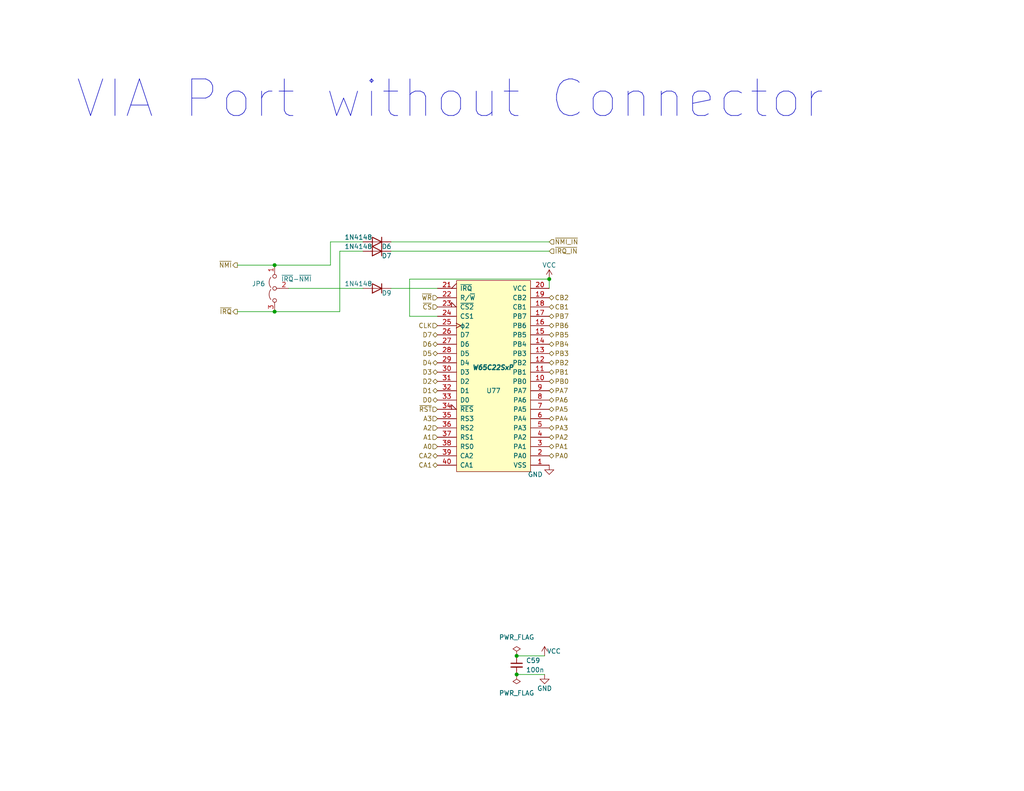
<source format=kicad_sch>
(kicad_sch (version 20230121) (generator eeschema)
  (paper "A")
  (lib_symbols
    (symbol "Device:C_Small" (pin_numbers hide) (pin_names (offset 0.254) hide)
      (property "Reference" "C" (at 0.254 1.778 0))
      (property "Value" "C_Small" (at 0.254 -2.032 0))
      (symbol "C_Small_0_1"
        (polyline (pts (xy -1.524 -0.508) (xy 1.524 -0.508)) (stroke (width 0.3302)))
        (polyline (pts (xy -1.524 0.508) (xy 1.524 0.508)) (stroke (width 0.3048)))
      )
      (symbol "C_Small_1_1"
        (pin passive line (at 0 2.54 270) (length 2.032) (name "~") (number "1"))
        (pin passive line (at 0 -2.54 90) (length 2.032) (name "~") (number "2"))
      )
    )
    (symbol "Diode:1N4148" (pin_numbers hide) (pin_names hide)
      (property "Reference" "D" (at 0 2.54 0))
      (property "Value" "1N4148" (at 0 -2.54 0))
      (symbol "1N4148_0_1"
        (polyline (pts (xy -1.27 1.27) (xy -1.27 -1.27)) (stroke (width 0.254)))
        (polyline (pts (xy 1.27 0) (xy -1.27 0)))
        (polyline (pts (xy 1.27 1.27) (xy 1.27 -1.27) (xy -1.27 0) (xy 1.27 1.27)) (stroke (width 0.254)))
      )
      (symbol "1N4148_1_1"
        (pin passive line (at -3.81 0 0) (length 2.54) (name "K") (number "1"))
        (pin passive line (at 3.81 0 180) (length 2.54) (name "A") (number "2"))
      )
    )
    (symbol "GND_2" (power) (pin_names (offset 0))
      (property "Value" "GND_2" (at 0 -3.81 0))
      (symbol "GND_2_0_1"
        (polyline (pts (xy 0 0) (xy 0 -1.27) (xy 1.27 -1.27) (xy 0 -2.54) (xy -1.27 -1.27) (xy 0 -1.27)))
      )
      (symbol "GND_2_1_1"
        (pin power_in line (at 0 0 270) (length 0) hide (name "GND") (number "1"))
      )
    )
    (symbol "Jumper:Jumper_3_Open" (pin_names (offset 0) hide)
      (property "Reference" "JP" (at -2.54 -2.54 0))
      (property "Value" "Jumper_3_Open" (at 0 2.794 0))
      (symbol "Jumper_3_Open_0_0"
        (circle (center -3.302 0) (radius 0.508))
        (circle (center 0 0) (radius 0.508))
        (circle (center 3.302 0) (radius 0.508))
      )
      (symbol "Jumper_3_Open_0_1"
        (arc (start -0.254 1.016) (mid -1.651 1.4992) (end -3.048 1.016))
        (polyline (pts (xy 0 -0.508) (xy 0 -1.27)))
        (arc (start 3.048 1.016) (mid 1.651 1.4992) (end 0.254 1.016))
      )
      (symbol "Jumper_3_Open_1_1"
        (pin passive line (at -6.35 0 0) (length 2.54) (name "A") (number "1"))
        (pin passive line (at 0 -3.81 90) (length 2.54) (name "C") (number "2"))
        (pin passive line (at 6.35 0 180) (length 2.54) (name "B") (number "3"))
      )
    )
    (symbol "Vega816:W65C22SxP" (pin_names (offset 1.016))
      (property "Reference" "U?" (at -2.0194 5.08 0))
      (property "Value" "W65C22SxP" (at 0 -1.27 0))
      (symbol "W65C22SxP_0_1"
        (rectangle (start -10.16 27.178) (end 10.033 -25.019) (fill (type background)))
      )
      (symbol "W65C22SxP_1_1"
        (pin power_in line (at -15.24 25.4 0) (length 5.08) (name "VSS") (number "1"))
        (pin bidirectional line (at -15.24 2.54 0) (length 5.08) (name "PB0") (number "10"))
        (pin bidirectional line (at -15.24 0 0) (length 5.08) (name "PB1") (number "11"))
        (pin bidirectional line (at -15.24 -2.54 0) (length 5.08) (name "PB2") (number "12"))
        (pin bidirectional line (at -15.24 -5.08 0) (length 5.08) (name "PB3") (number "13"))
        (pin bidirectional line (at -15.24 -7.62 0) (length 5.08) (name "PB4") (number "14"))
        (pin bidirectional line (at -15.24 -10.16 0) (length 5.08) (name "PB5") (number "15"))
        (pin bidirectional line (at -15.24 -12.7 0) (length 5.08) (name "PB6") (number "16"))
        (pin bidirectional line (at -15.24 -15.24 0) (length 5.08) (name "PB7") (number "17"))
        (pin input line (at -15.24 -17.78 0) (length 5.08) (name "CB1") (number "18"))
        (pin bidirectional line (at -15.24 -20.32 0) (length 5.08) (name "CB2") (number "19"))
        (pin bidirectional line (at -15.24 22.86 0) (length 5.08) (name "PA0") (number "2"))
        (pin power_in line (at -15.24 -22.86 0) (length 5.08) (name "VCC") (number "20"))
        (pin output output_low (at 15.24 -22.86 180) (length 5.08) (name "~{IRQ}") (number "21"))
        (pin input line (at 15.24 -20.32 180) (length 5.08) (name "R/~{W}") (number "22"))
        (pin input input_low (at 15.24 -17.78 180) (length 5.08) (name "~{CS2}") (number "23"))
        (pin input line (at 15.24 -15.24 180) (length 5.08) (name "CS1") (number "24"))
        (pin input clock (at 15.24 -12.7 180) (length 5.08) (name "ϕ2") (number "25"))
        (pin bidirectional line (at 15.24 -10.16 180) (length 5.08) (name "D7") (number "26"))
        (pin bidirectional line (at 15.24 -7.62 180) (length 5.08) (name "D6") (number "27"))
        (pin bidirectional line (at 15.24 -5.08 180) (length 5.08) (name "D5") (number "28"))
        (pin bidirectional line (at 15.24 -2.54 180) (length 5.08) (name "D4") (number "29"))
        (pin bidirectional line (at -15.24 20.32 0) (length 5.08) (name "PA1") (number "3"))
        (pin bidirectional line (at 15.24 0 180) (length 5.08) (name "D3") (number "30"))
        (pin bidirectional line (at 15.24 2.54 180) (length 5.08) (name "D2") (number "31"))
        (pin bidirectional line (at 15.24 5.08 180) (length 5.08) (name "D1") (number "32"))
        (pin bidirectional line (at 15.24 7.62 180) (length 5.08) (name "D0") (number "33"))
        (pin input input_low (at 15.24 10.16 180) (length 5.08) (name "~{RES}") (number "34"))
        (pin input line (at 15.24 12.7 180) (length 5.08) (name "RS3") (number "35"))
        (pin input line (at 15.24 15.24 180) (length 5.08) (name "RS2") (number "36"))
        (pin input line (at 15.24 17.78 180) (length 5.08) (name "RS1") (number "37"))
        (pin input line (at 15.24 20.32 180) (length 5.08) (name "RS0") (number "38"))
        (pin bidirectional line (at 15.24 22.86 180) (length 5.08) (name "CA2") (number "39"))
        (pin bidirectional line (at -15.24 17.78 0) (length 5.08) (name "PA2") (number "4"))
        (pin input line (at 15.24 25.4 180) (length 5.08) (name "CA1") (number "40"))
        (pin bidirectional line (at -15.24 15.24 0) (length 5.08) (name "PA3") (number "5"))
        (pin bidirectional line (at -15.24 12.7 0) (length 5.08) (name "PA4") (number "6"))
        (pin bidirectional line (at -15.24 10.16 0) (length 5.08) (name "PA5") (number "7"))
        (pin bidirectional line (at -15.24 7.62 0) (length 5.08) (name "PA6") (number "8"))
        (pin bidirectional line (at -15.24 5.08 0) (length 5.08) (name "PA7") (number "9"))
      )
    )
    (symbol "power:PWR_FLAG" (power) (pin_numbers hide) (pin_names (offset 0) hide)
      (property "Value" "PWR_FLAG" (at 0 3.81 0))
      (symbol "PWR_FLAG_0_0"
        (pin power_out line (at 0 0 90) (length 0) (name "pwr") (number "1"))
      )
      (symbol "PWR_FLAG_0_1"
        (polyline (pts (xy 0 0) (xy 0 1.27) (xy -1.016 1.905) (xy 0 2.54) (xy 1.016 1.905) (xy 0 1.27)))
      )
    )
    (symbol "power:VCC" (power) (pin_names (offset 0))
      (property "Value" "VCC" (at 0 3.81 0))
      (symbol "VCC_0_1"
        (polyline (pts (xy -0.762 1.27) (xy 0 2.54)))
        (polyline (pts (xy 0 0) (xy 0 2.54)))
        (polyline (pts (xy 0 2.54) (xy 0.762 1.27)))
      )
      (symbol "VCC_1_1"
        (pin power_in line (at 0 0 90) (length 0) hide (name "VCC") (number "1"))
      )
    )
  )
  (junction (at 74.93 72.39))
  (junction (at 74.93 85.09))
  (junction (at 140.97 179.07))
  (junction (at 140.97 184.15))
  (junction (at 149.86 76.2))
  (wire (pts (xy 111.76 86.36) (xy 111.76 76.2)))
  (wire (pts (xy 92.71 68.58) (xy 99.06 68.58)))
  (wire (pts (xy 74.93 85.09) (xy 92.71 85.09)))
  (wire (pts (xy 111.76 86.36) (xy 119.38 86.36)))
  (wire (pts (xy 119.3799 106.6668) (xy 119.38 106.68)))
  (wire (pts (xy 106.68 66.04) (xy 149.86 66.04)))
  (wire (pts (xy 92.71 85.09) (xy 92.71 68.58)))
  (wire (pts (xy 64.77 85.09) (xy 74.93 85.09)))
  (wire (pts (xy 106.68 68.58) (xy 149.86 68.58)))
  (wire (pts (xy 140.97 179.07) (xy 148.59 179.07)))
  (wire (pts (xy 90.17 66.04) (xy 99.06 66.04)))
  (wire (pts (xy 90.17 72.39) (xy 90.17 66.04)))
  (wire (pts (xy 74.93 72.39) (xy 90.17 72.39)))
  (wire (pts (xy 149.86 76.2) (xy 149.86 78.74)))
  (wire (pts (xy 106.68 78.74) (xy 119.38 78.74)))
  (wire (pts (xy 140.97 184.15) (xy 148.59 184.15)))
  (wire (pts (xy 64.77 72.39) (xy 74.93 72.39)))
  (wire (pts (xy 78.74 78.74) (xy 99.06 78.74)))
  (wire (pts (xy 111.76 76.2) (xy 149.86 76.2)))
  (text "VIA Port without Connector" (at 20.32 33.02 0) (effects (font (size 10 10)) (justify left bottom)))
  (hierarchical_label "CB1" (shape tri_state) (at 149.86 83.82 0))
  (hierarchical_label "A0" (shape input) (at 119.38 121.92 180))
  (hierarchical_label "PB2" (shape tri_state) (at 149.86 99.06 0))
  (hierarchical_label "CB2" (shape tri_state) (at 149.86 81.28 0))
  (hierarchical_label "PB0" (shape tri_state) (at 149.86 104.14 0))
  (hierarchical_label "D6" (shape tri_state) (at 119.38 93.98 180))
  (hierarchical_label "D1" (shape tri_state) (at 119.3799 106.6668 180))
  (hierarchical_label "A1" (shape input) (at 119.38 119.38 180))
  (hierarchical_label "D3" (shape tri_state) (at 119.38 101.6 180))
  (hierarchical_label "PA1" (shape tri_state) (at 149.86 121.92 0))
  (hierarchical_label "PB5" (shape tri_state) (at 149.86 91.44 0))
  (hierarchical_label "A3" (shape input) (at 119.38 114.3 180))
  (hierarchical_label "~{WR}" (shape input) (at 119.38 81.28 180))
  (hierarchical_label "PB3" (shape tri_state) (at 149.86 96.52 0))
  (hierarchical_label "CA1" (shape tri_state) (at 119.38 127 180))
  (hierarchical_label "D7" (shape tri_state) (at 119.38 91.44 180))
  (hierarchical_label "PB7" (shape tri_state) (at 149.86 86.36 0))
  (hierarchical_label "CA2" (shape tri_state) (at 119.38 124.46 180))
  (hierarchical_label "PA0" (shape tri_state) (at 149.86 124.46 0))
  (hierarchical_label "~{IRQ}" (shape output) (at 64.77 85.09 180))
  (hierarchical_label "A2" (shape input) (at 119.38 116.84 180))
  (hierarchical_label "PA7" (shape tri_state) (at 149.86 106.68 0))
  (hierarchical_label "PA4" (shape tri_state) (at 149.86 114.3 0))
  (hierarchical_label "~{NMI_IN}" (shape input) (at 149.86 66.04 0))
  (hierarchical_label "~{RST}" (shape input) (at 119.38 111.76 180))
  (hierarchical_label "PA6" (shape tri_state) (at 149.86 109.22 0))
  (hierarchical_label "PA3" (shape tri_state) (at 149.86 116.84 0))
  (hierarchical_label "D4" (shape tri_state) (at 119.38 99.06 180))
  (hierarchical_label "PB6" (shape tri_state) (at 149.86 88.9 0))
  (hierarchical_label "D2" (shape tri_state) (at 119.38 104.14 180))
  (hierarchical_label "~{IRQ_IN}" (shape input) (at 149.86 68.58 0))
  (hierarchical_label "D5" (shape tri_state) (at 119.38 96.52 180))
  (hierarchical_label "PB1" (shape tri_state) (at 149.86 101.6 0))
  (hierarchical_label "~{CS}" (shape input) (at 119.38 83.82 180))
  (hierarchical_label "PB4" (shape tri_state) (at 149.86 93.98 0))
  (hierarchical_label "CLK" (shape input) (at 119.38 88.9 180))
  (hierarchical_label "D0" (shape tri_state) (at 119.38 109.22 180))
  (hierarchical_label "~{NMI}" (shape output) (at 64.77 72.39 180))
  (hierarchical_label "PA2" (shape tri_state) (at 149.86 119.38 0))
  (hierarchical_label "PA5" (shape tri_state) (at 149.86 111.76 0))
  (symbol (lib_id "power:VCC") (at 148.59 179.07 0) (unit 1)
    (property "Reference" "#PWR?" (effects hide))
    (property "Value" "VCC" (at 151.13 177.8 0))
    (instances (project "Vega816" (path "" (reference "#PWR?") (unit 1)) (path "" (reference "#PWR0113") (unit 1)) (path "" (reference "#PWR0148") (unit 1)) (path "" (reference "#PWR0166") (unit 1)) (path "" (reference "#PWR0127") (unit 1)) (path "" (reference "#PWR0266") (unit 1)) (path "" (reference "#PWR0208") (unit 1)) (path "" (reference "#PWR0171") (unit 1)) (path "" (reference "#PWR?") (unit 1))) (project "IOBus" (path "" (reference "#PWR042") (unit 1)) (path "" (reference "#PWR036") (unit 1)) (path "" (reference "#PWR030") (unit 1))) (project "VIAPort" (path "" (reference "#PWR0122") (unit 1))) (project "System Devices" (path "" (reference "#PWR012") (unit 1)) (path "" (reference "#PWR022") (unit 1)) (path "" (reference "#PWR028") (unit 1)) (path "" (reference "#PWR016") (unit 1)) (path "" (reference "#PWR011") (unit 1))))
  )
  (symbol (lib_id "Vega816:W65C22SxP") (at 134.62 101.6 180) (unit 1)
    (property "Reference" "U77" (at 136.6394 106.68 0) (effects (justify left)))
    (property "Value" "W65C22SxP" (at 134.62 100.33 0) (effects (font bold italic)))
    (property "Footprint" "Package_DIP:DIP-40_W15.24mm_Socket" (effects hide))
    (property "Datasheet" "http://www.westerndesigncenter.com/wdc/documentation/w65c22.pdf" (effects hide))
    (instances (project "Vega816" (path "" (reference "U77") (unit 1)) (path "" (reference "U75") (unit 1)) (path "" (reference "U?") (unit 1)) (path "" (reference "U76") (unit 1)) (path "" (reference "U76") (unit 1)) (path "" (reference "U94") (unit 1)) (path "" (reference "U81") (unit 1)) (path "" (reference "U76") (unit 1)) (path "" (reference "U79") (unit 1))) (project "IOBus" (path "" (reference "U7") (unit 1)) (path "" (reference "U6") (unit 1)) (path "" (reference "U8") (unit 1))) (project "VIAPort" (path "" (reference "U76") (unit 1))) (project "System Devices" (path "" (reference "U5") (unit 1)) (path "" (reference "U4") (unit 1)) (path "" (reference "U1") (unit 1)) (path "" (reference "U3") (unit 1)) (path "" (reference "U5") (unit 1))))
  )
  (symbol (lib_id "power:PWR_FLAG") (at 140.97 184.15 180) (unit 1)
    (property "Reference" "#FLG02" (effects hide))
    (property "Value" "PWR_FLAG" (at 140.97 189.23 0))
    (instances (project "Vega816" (path "" (reference "#FLG02") (unit 1)) (path "" (reference "#FLG024") (unit 1)) (path "" (reference "#FLG010") (unit 1)) (path "" (reference "#FLG02") (unit 1)) (path "" (reference "#FLG02") (unit 1)) (path "" (reference "#FLG04") (unit 1)) (path "" (reference "#FLG08") (unit 1)) (path "" (reference "#FLG012") (unit 1))) (project "IOBus" (path "" (reference "#FLG06") (unit 1)) (path "" (reference "#FLG08") (unit 1)) (path "" (reference "#FLG010") (unit 1))) (project "System Devices" (path "" (reference "#FLG04") (unit 1)) (path "" (reference "#FLG06") (unit 1)) (path "" (reference "#FLG08") (unit 1)) (path "" (reference "#FLG010") (unit 1)) (path "" (reference "#FLG02") (unit 1))))
  )
  (symbol (lib_id "Diode:1N4148") (at 102.87 78.74 180) (unit 1)
    (property "Reference" "D9" (at 104.14 80.01 0) (effects (justify right)))
    (property "Value" "1N4148" (at 93.98 77.47 0) (effects (justify right)))
    (property "Footprint" "Diode_THT:D_DO-35_SOD27_P7.62mm_Horizontal" (effects hide))
    (property "Datasheet" "https://assets.nexperia.com/documents/data-sheet/1N4148_1N4448.pdf" (effects hide))
    (property "Sim.Device" "D" (effects hide))
    (property "Sim.Pins" "1=K 2=A" (effects hide))
    (instances (project "Vega816" (path "" (reference "D9") (unit 1)) (path "" (reference "D8") (unit 1)) (path "" (reference "D6") (unit 1)) (path "" (reference "D5") (unit 1)) (path "" (reference "D8") (unit 1)) (path "" (reference "D?") (unit 1)) (path "" (reference "D13") (unit 1)) (path "" (reference "D18") (unit 1)) (path "" (reference "D22") (unit 1)) (path "" (reference "D23") (unit 1))) (project "IOBus" (path "" (reference "D5") (unit 1))) (project "System Devices" (path "" (reference "D4") (unit 1))))
  )
  (symbol (lib_id "Diode:1N4148") (at 102.87 66.04 180) (unit 1)
    (property "Reference" "D6" (at 104.14 67.31 0) (effects (justify right)))
    (property "Value" "1N4148" (at 93.98 64.77 0) (effects (justify right)))
    (property "Footprint" "Diode_THT:D_DO-35_SOD27_P7.62mm_Horizontal" (effects hide))
    (property "Datasheet" "https://assets.nexperia.com/documents/data-sheet/1N4148_1N4448.pdf" (effects hide))
    (property "Sim.Device" "D" (effects hide))
    (property "Sim.Pins" "1=K 2=A" (effects hide))
    (instances (project "Vega816" (path "" (reference "D6") (unit 1)) (path "" (reference "D20") (unit 1)) (path "" (reference "D6") (unit 1)) (path "" (reference "D17") (unit 1)) (path "" (reference "D20") (unit 1)) (path "" (reference "D?") (unit 1)) (path "" (reference "D10") (unit 1)) (path "" (reference "D15") (unit 1)) (path "" (reference "D19") (unit 1)) (path "" (reference "D3") (unit 1))) (project "IOBus" (path "" (reference "D5") (unit 1))) (project "System Devices" (path "" (reference "D4") (unit 1))))
  )
  (symbol (lib_id "Jumper:Jumper_3_Open") (at 74.93 78.74 90) (mirror x) (unit 1)
    (property "Reference" "JP6" (at 72.39 77.4699 90) (effects (justify left)))
    (property "Value" "~{IRQ}-~{NMI}" (at 85.09 76.1999 90) (effects (justify left)))
    (instances (project "Vega816" (path "" (reference "JP6") (unit 1)) (path "" (reference "JP7") (unit 1)) (path "" (reference "JP4") (unit 1)) (path "" (reference "JP7") (unit 1)) (path "" (reference "JP5") (unit 1)) (path "" (reference "JP3") (unit 1)) (path "" (reference "JP8") (unit 1)) (path "" (reference "JP9") (unit 1)) (path "" (reference "JP10") (unit 1))) (project "IOBus" (path "" (reference "JP1") (unit 1))) (project "irq_multiplex" (path "" (reference "JP3") (unit 1))))
  )
  (symbol (lib_id "power:PWR_FLAG") (at 140.97 179.07 0) (unit 1)
    (property "Reference" "#FLG01" (effects hide))
    (property "Value" "PWR_FLAG" (at 140.97 173.99 0))
    (instances (project "Vega816" (path "" (reference "#FLG01") (unit 1)) (path "" (reference "#FLG023") (unit 1)) (path "" (reference "#FLG09") (unit 1)) (path "" (reference "#FLG01") (unit 1)) (path "" (reference "#FLG01") (unit 1)) (path "" (reference "#FLG03") (unit 1)) (path "" (reference "#FLG07") (unit 1)) (path "" (reference "#FLG011") (unit 1))) (project "IOBus" (path "" (reference "#FLG05") (unit 1)) (path "" (reference "#FLG07") (unit 1)) (path "" (reference "#FLG09") (unit 1))) (project "System Devices" (path "" (reference "#FLG03") (unit 1)) (path "" (reference "#FLG05") (unit 1)) (path "" (reference "#FLG07") (unit 1)) (path "" (reference "#FLG09") (unit 1)) (path "" (reference "#FLG01") (unit 1))))
  )
  (symbol (lib_name "GND_2") (lib_id "power:GND") (at 148.59 184.15 0) (unit 1)
    (property "Reference" "#PWR?" (effects hide))
    (property "Value" "GND" (at 148.59 187.96 0))
    (instances (project "Vega816" (path "" (reference "#PWR?") (unit 1)) (path "" (reference "#PWR0115") (unit 1)) (path "" (reference "#PWR?") (unit 1)) (path "" (reference "#PWR0128") (unit 1)) (path "" (reference "#PWR0116") (unit 1)) (path "" (reference "#PWR0267") (unit 1)) (path "" (reference "#PWR0209") (unit 1)) (path "" (reference "#PWR0202") (unit 1)) (path "" (reference "#PWR0112") (unit 1))) (project "IOBus" (path "" (reference "#PWR043") (unit 1)) (path "" (reference "#PWR037") (unit 1)) (path "" (reference "#PWR031") (unit 1))) (project "VIAPort" (path "" (reference "#PWR0121") (unit 1))) (project "System Devices" (path "" (reference "#PWR013") (unit 1)) (path "" (reference "#PWR023") (unit 1)) (path "" (reference "#PWR029") (unit 1)) (path "" (reference "#PWR017") (unit 1)) (path "" (reference "#PWR012") (unit 1))))
  )
  (symbol (lib_name "GND_2") (lib_id "power:GND") (at 149.86 127 0) (unit 1)
    (property "Reference" "#PWR0118" (effects hide))
    (property "Value" "GND" (at 146.05 129.54 0))
    (instances (project "Vega816" (path "" (reference "#PWR0118") (unit 1)) (path "" (reference "#PWR0120") (unit 1)) (path "" (reference "#PWR0120") (unit 1)) (path "" (reference "#PWR0134") (unit 1)) (path "" (reference "#PWR?") (unit 1)) (path "" (reference "#PWR0269") (unit 1)) (path "" (reference "#PWR0205") (unit 1)) (path "" (reference "#PWR?") (unit 1)) (path "" (reference "#PWR0211") (unit 1))) (project "IOBus" (path "" (reference "#PWR041") (unit 1)) (path "" (reference "#PWR035") (unit 1)) (path "" (reference "#PWR029") (unit 1))) (project "VIAPort" (path "" (reference "#PWR0120") (unit 1))) (project "System Devices" (path "" (reference "#PWR011") (unit 1)) (path "" (reference "#PWR021") (unit 1)) (path "" (reference "#PWR027") (unit 1)) (path "" (reference "#PWR015") (unit 1)) (path "" (reference "#PWR010") (unit 1))))
  )
  (symbol (lib_id "Device:C_Small") (at 140.97 181.61 0) (unit 1)
    (property "Reference" "C59" (at 143.51 180.3462 0) (effects (justify left)))
    (property "Value" "100n" (at 143.51 182.8862 0) (effects (justify left)))
    (instances (project "Vega816" (path "" (reference "C59") (unit 1)) (path "" (reference "C34") (unit 1)) (path "" (reference "C34") (unit 1)) (path "" (reference "C61") (unit 1)) (path "" (reference "C58") (unit 1)) (path "" (reference "C34") (unit 1)) (path "" (reference "C60") (unit 1)) (path "" (reference "C40") (unit 1)) (path "" (reference "C72") (unit 1)) (path "" (reference "C?") (unit 1))) (project "IOBus" (path "" (reference "C3") (unit 1)) (path "" (reference "C4") (unit 1)) (path "" (reference "C5") (unit 1))) (project "System Devices" (path "" (reference "C1") (unit 1)) (path "" (reference "C2") (unit 1)) (path "" (reference "C3") (unit 1)) (path "" (reference "C4") (unit 1)) (path "" (reference "C5") (unit 1))))
  )
  (symbol (lib_id "power:VCC") (at 149.86 76.2 0) (unit 1)
    (property "Reference" "#PWR0117" (effects hide))
    (property "Value" "VCC" (at 149.86 72.39 0))
    (instances (project "Vega816" (path "" (reference "#PWR0117") (unit 1)) (path "" (reference "#PWR0119") (unit 1)) (path "" (reference "#PWR0119") (unit 1)) (path "" (reference "#PWR0131") (unit 1)) (path "" (reference "#PWR?") (unit 1)) (path "" (reference "#PWR0268") (unit 1)) (path "" (reference "#PWR0204") (unit 1)) (path "" (reference "#PWR?") (unit 1)) (path "" (reference "#PWR0210") (unit 1))) (project "IOBus" (path "" (reference "#PWR040") (unit 1)) (path "" (reference "#PWR034") (unit 1)) (path "" (reference "#PWR028") (unit 1))) (project "VIAPort" (path "" (reference "#PWR0119") (unit 1))) (project "System Devices" (path "" (reference "#PWR010") (unit 1)) (path "" (reference "#PWR020") (unit 1)) (path "" (reference "#PWR026") (unit 1)) (path "" (reference "#PWR014") (unit 1)) (path "" (reference "#PWR09") (unit 1))))
  )
  (symbol (lib_id "Diode:1N4148") (at 102.87 68.58 180) (unit 1)
    (property "Reference" "D7" (at 104.14 69.85 0) (effects (justify right)))
    (property "Value" "1N4148" (at 93.98 67.31 0) (effects (justify right)))
    (property "Footprint" "Diode_THT:D_DO-35_SOD27_P7.62mm_Horizontal" (effects hide))
    (property "Datasheet" "https://assets.nexperia.com/documents/data-sheet/1N4148_1N4448.pdf" (effects hide))
    (property "Sim.Device" "D" (effects hide))
    (property "Sim.Pins" "1=K 2=A" (effects hide))
    (instances (project "Vega816" (path "" (reference "D7") (unit 1)) (path "" (reference "D14") (unit 1)) (path "" (reference "D6") (unit 1)) (path "" (reference "D11") (unit 1)) (path "" (reference "D14") (unit 1)) (path "" (reference "D?") (unit 1)) (path "" (reference "D12") (unit 1)) (path "" (reference "D16") (unit 1)) (path "" (reference "D21") (unit 1)) (path "" (reference "D4") (unit 1))) (project "IOBus" (path "" (reference "D5") (unit 1))) (project "System Devices" (path "" (reference "D4") (unit 1))))
  )
)
</source>
